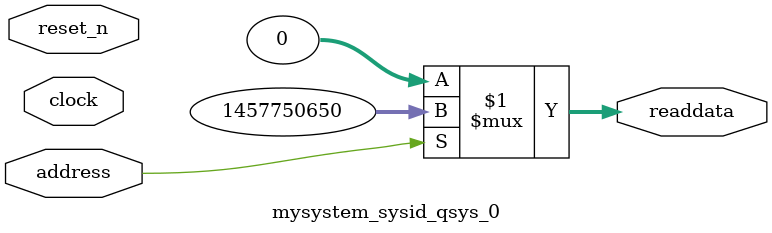
<source format=v>

`timescale 1ns / 1ps
// synthesis translate_on

// turn off superfluous verilog processor warnings 
// altera message_level Level1 
// altera message_off 10034 10035 10036 10037 10230 10240 10030 

module mysystem_sysid_qsys_0 (
               // inputs:
                address,
                clock,
                reset_n,

               // outputs:
                readdata
             )
;

  output  [ 31: 0] readdata;
  input            address;
  input            clock;
  input            reset_n;

  wire    [ 31: 0] readdata;
  //control_slave, which is an e_avalon_slave
  assign readdata = address ? 1457750650 : 0;

endmodule




</source>
